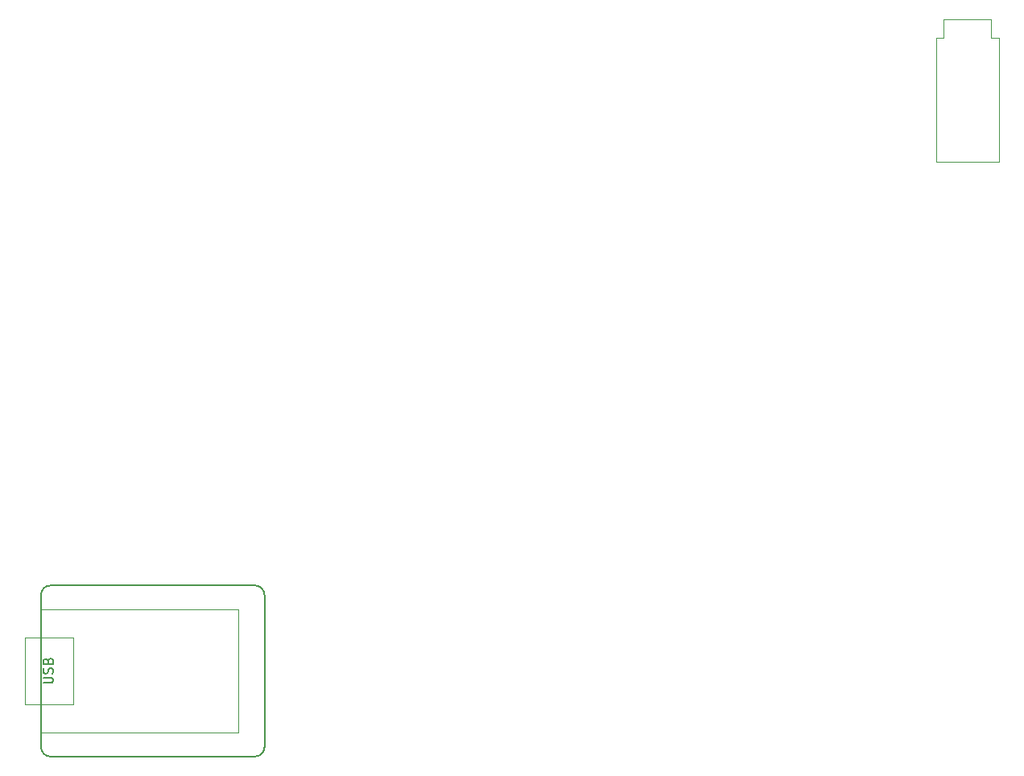
<source format=gbr>
%TF.GenerationSoftware,KiCad,Pcbnew,8.0.7*%
%TF.CreationDate,2025-01-05T02:21:24-08:00*%
%TF.ProjectId,risha,72697368-612e-46b6-9963-61645f706362,v1.0.0*%
%TF.SameCoordinates,Original*%
%TF.FileFunction,Other,Comment*%
%FSLAX46Y46*%
G04 Gerber Fmt 4.6, Leading zero omitted, Abs format (unit mm)*
G04 Created by KiCad (PCBNEW 8.0.7) date 2025-01-05 02:21:24*
%MOMM*%
%LPD*%
G01*
G04 APERTURE LIST*
%ADD10C,0.150000*%
%ADD11C,0.200000*%
%ADD12C,0.100000*%
%ADD13C,0.120000*%
G04 APERTURE END LIST*
D10*
X88249819Y-117466904D02*
X89059342Y-117466904D01*
X89059342Y-117466904D02*
X89154580Y-117419285D01*
X89154580Y-117419285D02*
X89202200Y-117371666D01*
X89202200Y-117371666D02*
X89249819Y-117276428D01*
X89249819Y-117276428D02*
X89249819Y-117085952D01*
X89249819Y-117085952D02*
X89202200Y-116990714D01*
X89202200Y-116990714D02*
X89154580Y-116943095D01*
X89154580Y-116943095D02*
X89059342Y-116895476D01*
X89059342Y-116895476D02*
X88249819Y-116895476D01*
X89202200Y-116466904D02*
X89249819Y-116324047D01*
X89249819Y-116324047D02*
X89249819Y-116085952D01*
X89249819Y-116085952D02*
X89202200Y-115990714D01*
X89202200Y-115990714D02*
X89154580Y-115943095D01*
X89154580Y-115943095D02*
X89059342Y-115895476D01*
X89059342Y-115895476D02*
X88964104Y-115895476D01*
X88964104Y-115895476D02*
X88868866Y-115943095D01*
X88868866Y-115943095D02*
X88821247Y-115990714D01*
X88821247Y-115990714D02*
X88773628Y-116085952D01*
X88773628Y-116085952D02*
X88726009Y-116276428D01*
X88726009Y-116276428D02*
X88678390Y-116371666D01*
X88678390Y-116371666D02*
X88630771Y-116419285D01*
X88630771Y-116419285D02*
X88535533Y-116466904D01*
X88535533Y-116466904D02*
X88440295Y-116466904D01*
X88440295Y-116466904D02*
X88345057Y-116419285D01*
X88345057Y-116419285D02*
X88297438Y-116371666D01*
X88297438Y-116371666D02*
X88249819Y-116276428D01*
X88249819Y-116276428D02*
X88249819Y-116038333D01*
X88249819Y-116038333D02*
X88297438Y-115895476D01*
X88726009Y-115133571D02*
X88773628Y-114990714D01*
X88773628Y-114990714D02*
X88821247Y-114943095D01*
X88821247Y-114943095D02*
X88916485Y-114895476D01*
X88916485Y-114895476D02*
X89059342Y-114895476D01*
X89059342Y-114895476D02*
X89154580Y-114943095D01*
X89154580Y-114943095D02*
X89202200Y-114990714D01*
X89202200Y-114990714D02*
X89249819Y-115085952D01*
X89249819Y-115085952D02*
X89249819Y-115466904D01*
X89249819Y-115466904D02*
X88249819Y-115466904D01*
X88249819Y-115466904D02*
X88249819Y-115133571D01*
X88249819Y-115133571D02*
X88297438Y-115038333D01*
X88297438Y-115038333D02*
X88345057Y-114990714D01*
X88345057Y-114990714D02*
X88440295Y-114943095D01*
X88440295Y-114943095D02*
X88535533Y-114943095D01*
X88535533Y-114943095D02*
X88630771Y-114990714D01*
X88630771Y-114990714D02*
X88678390Y-115038333D01*
X88678390Y-115038333D02*
X88726009Y-115133571D01*
X88726009Y-115133571D02*
X88726009Y-115466904D01*
D11*
%TO.C,U1*%
X88000000Y-124205000D02*
X88000000Y-108205000D01*
X89000000Y-107205000D02*
X110500000Y-107205000D01*
X110500000Y-125205000D02*
X89000000Y-125205000D01*
X111500000Y-108205000D02*
X111500000Y-124205000D01*
D12*
X86300000Y-119755000D02*
X91380000Y-119755000D01*
X91380000Y-112655000D01*
X86300000Y-112655000D01*
X86300000Y-119755000D01*
X88000000Y-122705000D02*
X108750000Y-122705000D01*
X108750000Y-109705000D01*
X88000000Y-109705000D01*
X88000000Y-122705000D01*
D11*
X88000000Y-108205000D02*
G75*
G02*
X89000000Y-107205000I1000000J0D01*
G01*
X89000000Y-125205000D02*
G75*
G02*
X88000000Y-124205000I-1J999999D01*
G01*
X110500000Y-107205000D02*
G75*
G02*
X111500000Y-108205000I0J-1000000D01*
G01*
X111500000Y-124205000D02*
G75*
G02*
X110500000Y-125205000I-999999J-1D01*
G01*
D13*
%TO.C,J1*%
X182142500Y-49625000D02*
X182142500Y-62625000D01*
X182942500Y-47625000D02*
X182942500Y-49625000D01*
X182942500Y-49625000D02*
X182142500Y-49625000D01*
X187642500Y-47625000D02*
X182942500Y-47625000D01*
X187642500Y-47625000D02*
X187942500Y-47625000D01*
X187942500Y-47625000D02*
X187942500Y-49625000D01*
X187942500Y-49625000D02*
X188742500Y-49625000D01*
X188742500Y-49625000D02*
X188742500Y-62625000D01*
X188742500Y-62625000D02*
X182142500Y-62625000D01*
%TD*%
M02*

</source>
